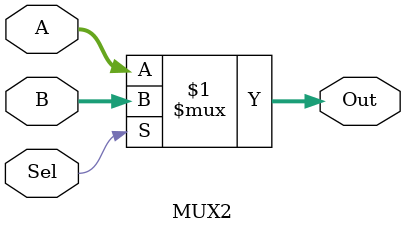
<source format=v>
module MUX2(A, B, Sel, Out);
  parameter SIZE = 8;
  input [SIZE-1:0] A, B;
  input Sel;
  output [SIZE-1:0] Out;
  assign Out = Sel ? B : A;
endmodule
   

</source>
